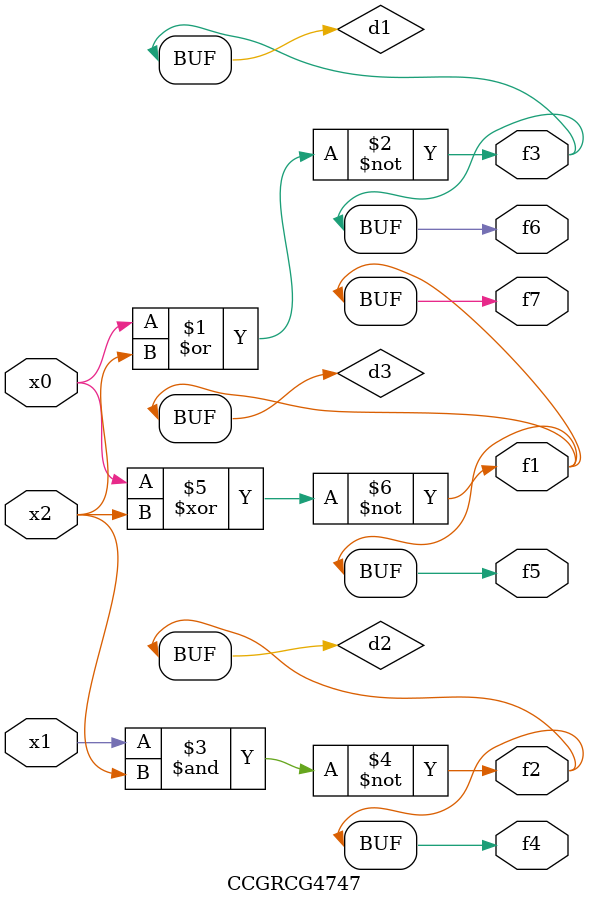
<source format=v>
module CCGRCG4747(
	input x0, x1, x2,
	output f1, f2, f3, f4, f5, f6, f7
);

	wire d1, d2, d3;

	nor (d1, x0, x2);
	nand (d2, x1, x2);
	xnor (d3, x0, x2);
	assign f1 = d3;
	assign f2 = d2;
	assign f3 = d1;
	assign f4 = d2;
	assign f5 = d3;
	assign f6 = d1;
	assign f7 = d3;
endmodule

</source>
